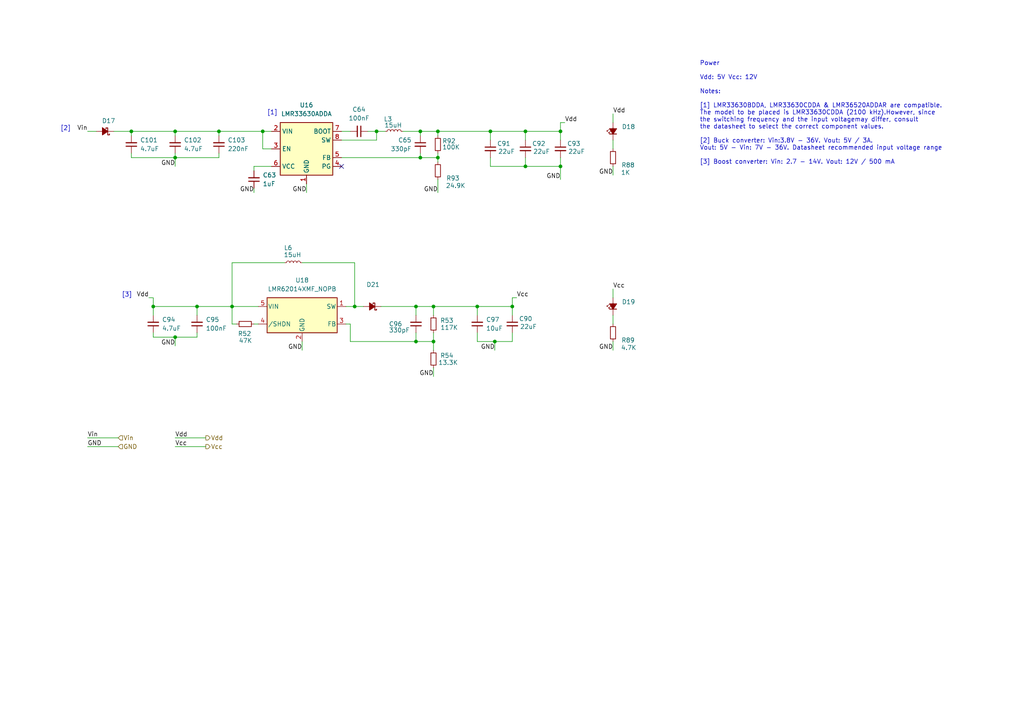
<source format=kicad_sch>
(kicad_sch (version 20231120) (generator "eeschema") (generator_version "8.0")
  (paper "A4")
  (lib_symbols
    (symbol "CL_Regulator_Switching:LMR62014XMF" (pin_names (offset 0.254))
      (property "Reference" "U" (at 0 1.27 0))
      (property "Value" "LMR62014XMF_NOPB" (at 5.08 1.27 0))
      (symbol "LMR62014XMF_0_1"
        (rectangle (start 0 0) (end 20.32 -10.16) (stroke (width 0.254)) (fill (type background)))
      )
      (symbol "LMR62014XMF_1_1"
        (pin output line (at 22.86 -2.54 180) (length 2.54) (name "SW") (number "1"))
        (pin power_in line (at 10.16 -12.7 90) (length 2.54) (name "GND") (number "2"))
        (pin input line (at 22.86 -7.62 180) (length 2.54) (name "FB") (number "3"))
        (pin input line (at -2.54 -7.62 0) (length 2.54) (name "/SHDN") (number "4"))
        (pin input line (at -2.54 -2.54 0) (length 2.54) (name "VIN") (number "5"))
      )
    )
    (symbol "Device:C_Small" (pin_numbers hide) (pin_names (offset 0.254) hide)
      (property "Reference" "C" (at 0.254 1.778 0))
      (property "Value" "C_Small" (at 0.254 -2.032 0))
      (symbol "C_Small_0_1"
        (polyline (pts (xy -1.524 -0.508) (xy 1.524 -0.508)) (stroke (width 0.3302)))
        (polyline (pts (xy -1.524 0.508) (xy 1.524 0.508)) (stroke (width 0.3048)))
      )
      (symbol "C_Small_1_1"
        (pin passive line (at 0 2.54 270) (length 2.032) (name "~") (number "1"))
        (pin passive line (at 0 -2.54 90) (length 2.032) (name "~") (number "2"))
      )
    )
    (symbol "Device:D_Schottky_Small_Filled" (pin_numbers hide) (pin_names (offset 0.254) hide)
      (property "Reference" "D" (at -1.27 2.032 0))
      (property "Value" "D_Schottky_Small_Filled" (at -7.112 -2.032 0))
      (symbol "D_Schottky_Small_Filled_0_1"
        (polyline (pts (xy -0.762 0) (xy 0.762 0)))
        (polyline (pts (xy 0.762 -1.016) (xy -0.762 0) (xy 0.762 1.016) (xy 0.762 -1.016)) (stroke (width 0.254)) (fill (type outline)))
        (polyline (pts (xy -1.27 0.762) (xy -1.27 1.016) (xy -0.762 1.016) (xy -0.762 -1.016) (xy -0.254 -1.016) (xy -0.254 -0.762)) (stroke (width 0.254)))
      )
      (symbol "D_Schottky_Small_Filled_1_1"
        (pin passive line (at -2.54 0 0) (length 1.778) (name "K") (number "1"))
        (pin passive line (at 2.54 0 180) (length 1.778) (name "A") (number "2"))
      )
    )
    (symbol "Device:LED_Small_Filled" (pin_numbers hide) (pin_names (offset 0.254) hide)
      (property "Reference" "D" (at -1.27 3.175 0))
      (property "Value" "LED_Small_Filled" (at -4.445 -2.54 0))
      (symbol "LED_Small_Filled_0_1"
        (polyline (pts (xy -0.762 -1.016) (xy -0.762 1.016)) (stroke (width 0.254)))
        (polyline (pts (xy 1.016 0) (xy -0.762 0)))
        (polyline (pts (xy 0.762 -1.016) (xy -0.762 0) (xy 0.762 1.016) (xy 0.762 -1.016)) (stroke (width 0.254)) (fill (type outline)))
        (polyline (pts (xy 0 0.762) (xy -0.508 1.27) (xy -0.254 1.27) (xy -0.508 1.27) (xy -0.508 1.016)))
        (polyline (pts (xy 0.508 1.27) (xy 0 1.778) (xy 0.254 1.778) (xy 0 1.778) (xy 0 1.524)))
      )
      (symbol "LED_Small_Filled_1_1"
        (pin passive line (at -2.54 0 0) (length 1.778) (name "K") (number "1"))
        (pin passive line (at 2.54 0 180) (length 1.778) (name "A") (number "2"))
      )
    )
    (symbol "Device:L_Small" (pin_numbers hide) (pin_names (offset 0.254) hide)
      (property "Reference" "L" (at 0.762 1.016 0))
      (property "Value" "L_Small" (at 0.762 -1.016 0))
      (symbol "L_Small_0_1"
        (arc (start 0 -2.032) (mid 0.5058 -1.524) (end 0 -1.016))
        (arc (start 0 -1.016) (mid 0.5058 -0.508) (end 0 0))
        (arc (start 0 0) (mid 0.5058 0.508) (end 0 1.016))
        (arc (start 0 1.016) (mid 0.5058 1.524) (end 0 2.032))
      )
      (symbol "L_Small_1_1"
        (pin passive line (at 0 2.54 270) (length 0.508) (name "~") (number "1"))
        (pin passive line (at 0 -2.54 90) (length 0.508) (name "~") (number "2"))
      )
    )
    (symbol "Device:R_Small" (pin_numbers hide) (pin_names (offset 0.254) hide)
      (property "Reference" "R" (at 0.762 0.508 0))
      (property "Value" "R_Small" (at 0.762 -1.016 0))
      (symbol "R_Small_0_1"
        (rectangle (start -0.762 1.778) (end 0.762 -1.778) (stroke (width 0.2032)))
      )
      (symbol "R_Small_1_1"
        (pin passive line (at 0 2.54 270) (length 0.762) (name "~") (number "1"))
        (pin passive line (at 0 -2.54 90) (length 0.762) (name "~") (number "2"))
      )
    )
    (symbol "Regulator_Switching:LMR33630ADDA"
      (property "Reference" "U" (at 0 11.43 0))
      (property "Value" "LMR33630ADDA" (at 0 8.89 0))
      (symbol "LMR33630ADDA_0_1"
        (rectangle (start -7.62 7.62) (end 7.62 -7.62) (stroke (width 0.254)) (fill (type background)))
      )
      (symbol "LMR33630ADDA_1_1"
        (pin power_in line (at 0 -10.16 90) (length 2.54) (name "GND") (number "1"))
        (pin power_in line (at -10.16 5.08 0) (length 2.54) (name "VIN") (number "2"))
        (pin input line (at -10.16 0 0) (length 2.54) (name "EN") (number "3"))
        (pin open_collector line (at 10.16 -5.08 180) (length 2.54) (name "PG") (number "4"))
        (pin input line (at 10.16 -2.54 180) (length 2.54) (name "FB") (number "5"))
        (pin power_out line (at -10.16 -5.08 0) (length 2.54) (name "VCC") (number "6"))
        (pin input line (at 10.16 5.08 180) (length 2.54) (name "BOOT") (number "7"))
        (pin output line (at 10.16 2.54 180) (length 2.54) (name "SW") (number "8"))
        (pin passive line (at 0 -10.16 90) (length 2.54) hide (name "GND") (number "9"))
      )
    )
  )
  (junction (at 162.56 38.1))
  (junction (at 127 38.1))
  (junction (at 44.45 88.9))
  (junction (at 102.87 88.9))
  (junction (at 50.8 97.79))
  (junction (at 63.5 38.1))
  (junction (at 50.8 38.1))
  (junction (at 148.59 88.9))
  (junction (at 162.56 48.26))
  (junction (at 57.15 88.9))
  (junction (at 143.51 99.06))
  (junction (at 38.1 38.1))
  (junction (at 67.31 88.9))
  (junction (at 76.2 38.1))
  (junction (at 138.43 88.9))
  (junction (at 127 45.72))
  (junction (at 121.92 45.72))
  (junction (at 125.73 88.9))
  (junction (at 120.65 99.06))
  (junction (at 152.4 48.26))
  (junction (at 152.4 38.1))
  (junction (at 109.22 38.1))
  (junction (at 142.24 38.1))
  (junction (at 120.65 88.9))
  (junction (at 125.73 99.06))
  (junction (at 121.92 38.1))
  (junction (at 50.8 45.72))
  (no_connect (at 99.06 48.26))
  (wire (pts (xy 138.43 88.9) (xy 125.73 88.9)))
  (wire (pts (xy 38.1 38.1) (xy 50.8 38.1)))
  (wire (pts (xy 101.6 99.06) (xy 120.65 99.06)))
  (wire (pts (xy 116.84 38.1) (xy 121.92 38.1)))
  (wire (pts (xy 63.5 38.1) (xy 76.2 38.1)))
  (wire (pts (xy 152.4 38.1) (xy 162.56 38.1)))
  (wire (pts (xy 99.06 45.72) (xy 121.92 45.72)))
  (wire (pts (xy 148.59 91.44) (xy 148.59 88.9)))
  (wire (pts (xy 127 45.72) (xy 127 44.45)))
  (wire (pts (xy 73.66 48.26) (xy 73.66 49.53)))
  (wire (pts (xy 87.63 76.2) (xy 102.87 76.2)))
  (wire (pts (xy 57.15 88.9) (xy 67.31 88.9)))
  (wire (pts (xy 100.33 88.9) (xy 102.87 88.9)))
  (wire (pts (xy 44.45 97.79) (xy 50.8 97.79)))
  (wire (pts (xy 50.8 45.72) (xy 63.5 45.72)))
  (wire (pts (xy 78.74 48.26) (xy 73.66 48.26)))
  (wire (pts (xy 99.06 38.1) (xy 101.6 38.1)))
  (wire (pts (xy 99.06 40.64) (xy 109.22 40.64)))
  (wire (pts (xy 138.43 88.9) (xy 148.59 88.9)))
  (wire (pts (xy 110.49 88.9) (xy 120.65 88.9)))
  (wire (pts (xy 109.22 38.1) (xy 111.76 38.1)))
  (wire (pts (xy 25.4 38.1) (xy 27.94 38.1)))
  (wire (pts (xy 125.73 88.9) (xy 125.73 91.44)))
  (wire (pts (xy 63.5 45.72) (xy 63.5 44.45)))
  (wire (pts (xy 25.4 129.54) (xy 34.29 129.54)))
  (wire (pts (xy 142.24 40.64) (xy 142.24 38.1)))
  (wire (pts (xy 109.22 38.1) (xy 106.68 38.1)))
  (wire (pts (xy 125.73 99.06) (xy 125.73 101.6)))
  (wire (pts (xy 101.6 93.98) (xy 101.6 99.06)))
  (wire (pts (xy 152.4 48.26) (xy 162.56 48.26)))
  (wire (pts (xy 120.65 96.52) (xy 120.65 99.06)))
  (wire (pts (xy 88.9 53.34) (xy 88.9 55.88)))
  (wire (pts (xy 102.87 88.9) (xy 102.87 76.2)))
  (wire (pts (xy 149.86 86.36) (xy 148.59 86.36)))
  (wire (pts (xy 142.24 48.26) (xy 152.4 48.26)))
  (wire (pts (xy 102.87 88.9) (xy 105.41 88.9)))
  (wire (pts (xy 44.45 86.36) (xy 44.45 88.9)))
  (wire (pts (xy 25.4 127) (xy 34.29 127)))
  (wire (pts (xy 152.4 45.72) (xy 152.4 48.26)))
  (wire (pts (xy 38.1 39.37) (xy 38.1 38.1)))
  (wire (pts (xy 38.1 45.72) (xy 50.8 45.72)))
  (wire (pts (xy 143.51 99.06) (xy 143.51 101.6)))
  (wire (pts (xy 109.22 40.64) (xy 109.22 38.1)))
  (wire (pts (xy 50.8 45.72) (xy 50.8 44.45)))
  (wire (pts (xy 162.56 35.56) (xy 162.56 38.1)))
  (wire (pts (xy 73.66 93.98) (xy 74.93 93.98)))
  (wire (pts (xy 50.8 127) (xy 59.69 127)))
  (wire (pts (xy 121.92 45.72) (xy 127 45.72)))
  (wire (pts (xy 163.83 35.56) (xy 162.56 35.56)))
  (wire (pts (xy 68.58 93.98) (xy 67.31 93.98)))
  (wire (pts (xy 50.8 129.54) (xy 59.69 129.54)))
  (wire (pts (xy 121.92 38.1) (xy 127 38.1)))
  (wire (pts (xy 142.24 38.1) (xy 152.4 38.1)))
  (wire (pts (xy 142.24 45.72) (xy 142.24 48.26)))
  (wire (pts (xy 177.8 40.64) (xy 177.8 43.18)))
  (wire (pts (xy 44.45 91.44) (xy 44.45 88.9)))
  (wire (pts (xy 120.65 88.9) (xy 125.73 88.9)))
  (wire (pts (xy 38.1 45.72) (xy 38.1 44.45)))
  (wire (pts (xy 33.02 38.1) (xy 38.1 38.1)))
  (wire (pts (xy 148.59 96.52) (xy 148.59 99.06)))
  (wire (pts (xy 44.45 96.52) (xy 44.45 97.79)))
  (wire (pts (xy 50.8 97.79) (xy 57.15 97.79)))
  (wire (pts (xy 177.8 48.26) (xy 177.8 50.8)))
  (wire (pts (xy 121.92 38.1) (xy 121.92 39.37)))
  (wire (pts (xy 63.5 39.37) (xy 63.5 38.1)))
  (wire (pts (xy 177.8 33.02) (xy 177.8 35.56)))
  (wire (pts (xy 57.15 88.9) (xy 57.15 91.44)))
  (wire (pts (xy 127 38.1) (xy 142.24 38.1)))
  (wire (pts (xy 120.65 88.9) (xy 120.65 91.44)))
  (wire (pts (xy 43.18 86.36) (xy 44.45 86.36)))
  (wire (pts (xy 57.15 97.79) (xy 57.15 96.52)))
  (wire (pts (xy 127 52.07) (xy 127 55.88)))
  (wire (pts (xy 138.43 91.44) (xy 138.43 88.9)))
  (wire (pts (xy 177.8 99.06) (xy 177.8 101.6)))
  (wire (pts (xy 138.43 96.52) (xy 138.43 99.06)))
  (wire (pts (xy 148.59 86.36) (xy 148.59 88.9)))
  (wire (pts (xy 162.56 40.64) (xy 162.56 38.1)))
  (wire (pts (xy 120.65 99.06) (xy 125.73 99.06)))
  (wire (pts (xy 78.74 43.18) (xy 76.2 43.18)))
  (wire (pts (xy 127 39.37) (xy 127 38.1)))
  (wire (pts (xy 50.8 38.1) (xy 63.5 38.1)))
  (wire (pts (xy 76.2 38.1) (xy 78.74 38.1)))
  (wire (pts (xy 125.73 96.52) (xy 125.73 99.06)))
  (wire (pts (xy 100.33 93.98) (xy 101.6 93.98)))
  (wire (pts (xy 127 45.72) (xy 127 46.99)))
  (wire (pts (xy 143.51 99.06) (xy 138.43 99.06)))
  (wire (pts (xy 152.4 40.64) (xy 152.4 38.1)))
  (wire (pts (xy 67.31 93.98) (xy 67.31 88.9)))
  (wire (pts (xy 177.8 91.44) (xy 177.8 93.98)))
  (wire (pts (xy 50.8 100.33) (xy 50.8 97.79)))
  (wire (pts (xy 177.8 83.82) (xy 177.8 86.36)))
  (wire (pts (xy 148.59 99.06) (xy 143.51 99.06)))
  (wire (pts (xy 76.2 43.18) (xy 76.2 38.1)))
  (wire (pts (xy 67.31 88.9) (xy 74.93 88.9)))
  (wire (pts (xy 162.56 45.72) (xy 162.56 48.26)))
  (wire (pts (xy 73.66 54.61) (xy 73.66 55.88)))
  (wire (pts (xy 121.92 44.45) (xy 121.92 45.72)))
  (wire (pts (xy 67.31 76.2) (xy 67.31 88.9)))
  (wire (pts (xy 87.63 99.06) (xy 87.63 101.6)))
  (wire (pts (xy 44.45 88.9) (xy 57.15 88.9)))
  (wire (pts (xy 162.56 48.26) (xy 162.56 52.07)))
  (wire (pts (xy 50.8 39.37) (xy 50.8 38.1)))
  (wire (pts (xy 50.8 45.72) (xy 50.8 48.26)))
  (wire (pts (xy 125.73 106.68) (xy 125.73 109.22)))
  (wire (pts (xy 67.31 76.2) (xy 82.55 76.2)))
  (text "[2]" (at 19.05 37.338 0) (effects (font (size 1.27 1.27))))
  (text "[1]" (at 78.994 32.766 0) (effects (font (size 1.27 1.27))))
  (text "[3]" (at 36.83 85.598 0) (effects (font (size 1.27 1.27))))
  (text "Power\n\nVdd: 5V Vcc: 12V\n\nNotes:\n\n[1] LMR33630BDDA, LMR33630CDDA & LMR36520ADDAR are compatible.\nThe model to be placed is LMR33630CDDA (2100 kHz).However, since \nthe switching frequency and the input voltagemay differ, consult\nthe datasheet to select the correct component values.  \n\n[2] Buck converter: Vin:3.8V - 36V. Vout: 5V / 3A. \nVout: 5V - Vin: 7V - 36V. Datasheet recommended input voltage range\n\n[3] Boost converter: Vin: 2.7 - 14V. Vout: 12V / 500 mA\n  \n" (at 202.946 33.782 0) (effects (font (size 1.27 1.27)) (justify left)))
  (label "Vdd" (at 43.18 86.36 180))
  (label "GND" (at 50.8 100.33 180))
  (label "GND" (at 50.8 48.26 180))
  (label "Vdd" (at 163.83 35.56 0))
  (label "GND" (at 143.51 101.6 180))
  (label "GND" (at 127 55.88 180))
  (label "Vin" (at 25.4 127 0))
  (label "GND" (at 177.8 101.6 180))
  (label "GND" (at 177.8 50.8 180))
  (label "GND" (at 73.66 55.88 180))
  (label "GND" (at 125.73 109.22 180))
  (label "Vin" (at 25.4 38.1 180))
  (label "Vcc" (at 50.8 129.54 0))
  (label "GND" (at 25.4 129.54 0))
  (label "GND" (at 162.56 52.07 180))
  (label "Vcc" (at 149.86 86.36 0))
  (label "GND" (at 88.9 55.88 180))
  (label "Vdd" (at 177.8 33.02 0))
  (label "Vcc" (at 177.8 83.82 0))
  (label "GND" (at 87.63 101.6 180))
  (label "Vdd" (at 50.8 127 0))
  (hierarchical_label "GND" (shape input) (at 34.29 129.54 0))
  (hierarchical_label "Vdd" (shape output) (at 59.69 127 0))
  (hierarchical_label "Vin" (shape input) (at 34.29 127 0))
  (hierarchical_label "Vcc" (shape output) (at 59.69 129.54 0))
  (symbol (lib_id "Device:C_Small") (at 162.56 43.18 0) (mirror y) (unit 1)
    (property "Reference" "C93" (at 168.402 41.656 0) (effects (justify left)))
    (property "Value" "22uF" (at 169.672 43.942 0) (effects (justify left)))
    (property "Footprint" "Capacitor_SMD:C_1210_3225Metric_Pad1.33x2.70mm_HandSolder" (effects (hide yes)))
    (property "Description" "25V" (effects (hide yes)))
  )
  (symbol (lib_id "Device:C_Small") (at 148.59 93.98 0) (mirror y) (unit 1)
    (property "Reference" "C90" (at 154.432 92.456 0) (effects (justify left)))
    (property "Value" "22uF" (at 155.702 94.742 0) (effects (justify left)))
    (property "Footprint" "Capacitor_SMD:C_1210_3225Metric_Pad1.33x2.70mm_HandSolder" (effects (hide yes)))
    (property "Description" "25V" (effects (hide yes)))
  )
  (symbol (lib_id "Device:R_Small") (at 177.8 45.72 180) (unit 1)
    (property "Reference" "R88" (at 180.213 47.879 0) (effects (justify right)))
    (property "Value" "1K" (at 180.086 50.038 0) (effects (justify right)))
    (property "Footprint" "Resistor_SMD:R_0805_2012Metric_Pad1.20x1.40mm_HandSolder" (effects (hide yes)))
    (property "Description" "Resistor, small symbol" (effects (hide yes)))
  )
  (symbol (lib_id "Device:R_Small") (at 127 41.91 180) (unit 1)
    (property "Reference" "R92" (at 128.27 40.894 0) (effects (justify right)))
    (property "Value" "100K" (at 128.27 42.672 0) (effects (justify right)))
    (property "Footprint" "Resistor_SMD:R_0805_2012Metric_Pad1.20x1.40mm_HandSolder" (effects (hide yes)))
    (property "Description" "Resistor, small symbol" (effects (hide yes)))
  )
  (symbol (lib_id "Device:L_Small") (at 85.09 76.2 90) (unit 1)
    (property "Reference" "L6" (at 83.566 71.882 90))
    (property "Value" "15uH" (at 84.836 73.914 90))
    (property "Footprint" "CL_Inductor_SMD:SRR1260-150M" (effects (hide yes)))
    (property "Description" "Inductor, small symbol" (effects (hide yes)))
  )
  (symbol (lib_id "Device:C_Small") (at 73.66 52.07 180) (unit 1)
    (property "Reference" "C63" (at 76.2 50.7935 0) (effects (justify right)))
    (property "Value" "1uF" (at 76.2 53.3335 0) (effects (justify right)))
    (property "Footprint" "Capacitor_SMD:C_0805_2012Metric_Pad1.18x1.45mm_HandSolder" (effects (hide yes)))
    (property "Description" "25V" (effects (hide yes)))
  )
  (symbol (lib_id "Device:L_Small") (at 114.3 38.1 90) (unit 1)
    (property "Reference" "L3" (at 112.522 34.544 90))
    (property "Value" "15uH" (at 114.046 36.322 90))
    (property "Footprint" "CL_Inductor_SMD:SRR1260-150M" (effects (hide yes)))
    (property "Description" "Inductor, small symbol" (effects (hide yes)))
  )
  (symbol (lib_id "Device:LED_Small_Filled") (at 177.8 38.1 90) (unit 1)
    (property "Reference" "D18" (at 180.34 36.7664 90) (effects (justify right)))
    (property "Value" "LED_Small_Filled" (effects (hide yes)))
    (property "Footprint" "LED_SMD:LED_0805_2012Metric_Pad1.15x1.40mm_HandSolder" (effects (hide yes)))
    (property "Description" "Light emitting diode, small symbol, filled shape" (effects (hide yes)))
  )
  (symbol (lib_id "Device:R_Small") (at 127 49.53 180) (unit 1)
    (property "Reference" "R93" (at 129.413 51.689 0) (effects (justify right)))
    (property "Value" "24.9K" (at 129.286 53.848 0) (effects (justify right)))
    (property "Footprint" "Resistor_SMD:R_0805_2012Metric_Pad1.20x1.40mm_HandSolder" (effects (hide yes)))
    (property "Description" "Resistor, small symbol" (effects (hide yes)))
  )
  (symbol (lib_id "Device:C_Small") (at 50.8 41.91 180) (unit 1)
    (property "Reference" "C102" (at 53.34 40.6335 0) (effects (justify right)))
    (property "Value" "4.7uF" (at 53.34 43.1735 0) (effects (justify right)))
    (property "Footprint" "Capacitor_SMD:C_0805_2012Metric_Pad1.18x1.45mm_HandSolder" (effects (hide yes)))
    (property "Description" "Unpolarized capacitor, small symbol" (effects (hide yes)))
  )
  (symbol (lib_id "Device:D_Schottky_Small_Filled") (at 30.48 38.1 180) (unit 1)
    (property "Reference" "D17" (at 31.496 35.052 0))
    (property "Value" "D_Schottky_Small_Filled" (effects (hide yes)))
    (property "Footprint" "Diode_SMD:D_SMB_Handsoldering" (effects (hide yes)))
    (property "Description" "Schottky diode, small symbol, filled shape" (effects (hide yes)))
  )
  (symbol (lib_id "Device:C_Small") (at 152.4 43.18 0) (mirror y) (unit 1)
    (property "Reference" "C92" (at 158.242 41.656 0) (effects (justify left)))
    (property "Value" "22uF" (at 159.512 43.942 0) (effects (justify left)))
    (property "Footprint" "Capacitor_SMD:C_1210_3225Metric_Pad1.33x2.70mm_HandSolder" (effects (hide yes)))
    (property "Description" "25V" (effects (hide yes)))
  )
  (symbol (lib_id "Device:C_Small") (at 142.24 43.18 0) (mirror y) (unit 1)
    (property "Reference" "C91" (at 148.082 41.656 0) (effects (justify left)))
    (property "Value" "22uF" (at 149.352 43.942 0) (effects (justify left)))
    (property "Footprint" "Capacitor_SMD:C_1210_3225Metric_Pad1.33x2.70mm_HandSolder" (effects (hide yes)))
    (property "Description" "25V" (effects (hide yes)))
  )
  (symbol (lib_id "Device:R_Small") (at 177.8 96.52 180) (unit 1)
    (property "Reference" "R89" (at 180.213 98.679 0) (effects (justify right)))
    (property "Value" "4.7K" (at 180.086 100.838 0) (effects (justify right)))
    (property "Footprint" "Resistor_SMD:R_0805_2012Metric_Pad1.20x1.40mm_HandSolder" (effects (hide yes)))
    (property "Description" "Resistor, small symbol" (effects (hide yes)))
  )
  (symbol (lib_id "Device:R_Small") (at 125.73 93.98 0) (unit 1)
    (property "Reference" "R53" (at 131.572 92.964 0) (effects (justify right)))
    (property "Value" "117K" (at 132.842 94.996 0) (effects (justify right)))
    (property "Footprint" "Resistor_SMD:R_0805_2012Metric_Pad1.20x1.40mm_HandSolder" (effects (hide yes)))
    (property "Description" "Resistor, small symbol" (effects (hide yes)))
  )
  (symbol (lib_id "Device:R_Small") (at 71.12 93.98 270) (unit 1)
    (property "Reference" "R52" (at 72.898 96.774 90) (effects (justify right)))
    (property "Value" "47K" (at 73.152 98.806 90) (effects (justify right)))
    (property "Footprint" "Resistor_SMD:R_0805_2012Metric_Pad1.20x1.40mm_HandSolder" (effects (hide yes)))
    (property "Description" "Resistor, small symbol" (effects (hide yes)))
  )
  (symbol (lib_id "Regulator_Switching:LMR33630ADDA") (at 88.9 43.18 0) (unit 1)
    (property "Reference" "U16" (at 88.9 30.48 0))
    (property "Value" "LMR33630ADDA" (at 88.9 33.02 0))
    (property "Footprint" "Package_SO:Texas_HSOP-8-1EP_3.9x4.9mm_P1.27mm_ThermalVias" (effects (hide yes)))
    (property "Datasheet" "http://www.ti.com/lit/ds/symlink/lmr33630.pdf" (effects (hide yes)))
    (property "Description" "Simple Switcher Synchronous Buck Regulator, Vin=3.8-36V, Iout=3A, F=400kHz, Adjustable output voltage, HSOP-8" (effects (hide yes)))
  )
  (symbol (lib_id "Device:C_Small") (at 44.45 93.98 180) (unit 1)
    (property "Reference" "C94" (at 46.99 92.7035 0) (effects (justify right)))
    (property "Value" "4.7uF" (at 46.99 95.2435 0) (effects (justify right)))
    (property "Footprint" "Capacitor_SMD:C_0805_2012Metric_Pad1.18x1.45mm_HandSolder" (effects (hide yes)))
    (property "Description" "Unpolarized capacitor, small symbol" (effects (hide yes)))
  )
  (symbol (lib_id "Device:C_Small") (at 63.5 41.91 180) (unit 1)
    (property "Reference" "C103" (at 66.04 40.6335 0) (effects (justify right)))
    (property "Value" "220nF" (at 66.04 43.1735 0) (effects (justify right)))
    (property "Footprint" "Capacitor_SMD:C_0805_2012Metric_Pad1.18x1.45mm_HandSolder" (effects (hide yes)))
    (property "Description" "Unpolarized capacitor, small symbol" (effects (hide yes)))
  )
  (symbol (lib_id "Device:LED_Small_Filled") (at 177.8 88.9 90) (unit 1)
    (property "Reference" "D19" (at 180.34 87.5664 90) (effects (justify right)))
    (property "Value" "LED_Small_Filled" (effects (hide yes)))
    (property "Footprint" "LED_SMD:LED_0805_2012Metric_Pad1.15x1.40mm_HandSolder" (effects (hide yes)))
    (property "Description" "Light emitting diode, small symbol, filled shape" (effects (hide yes)))
  )
  (symbol (lib_id "Device:C_Small") (at 121.92 41.91 0) (mirror y) (unit 1)
    (property "Reference" "C65" (at 119.38 40.6462 0) (effects (justify left)))
    (property "Value" "330pF" (at 119.38 43.1862 0) (effects (justify left)))
    (property "Footprint" "Capacitor_SMD:C_0805_2012Metric_Pad1.18x1.45mm_HandSolder" (effects (hide yes)))
    (property "Description" "Unpolarized capacitor, small symbol" (effects (hide yes)))
  )
  (symbol (lib_id "Device:C_Small") (at 138.43 93.98 180) (unit 1)
    (property "Reference" "C97" (at 140.97 92.7035 0) (effects (justify right)))
    (property "Value" "10uF" (at 140.97 95.2435 0) (effects (justify right)))
    (property "Footprint" "Capacitor_SMD:C_0805_2012Metric_Pad1.18x1.45mm_HandSolder" (effects (hide yes)))
    (property "Description" "25V" (effects (hide yes)))
  )
  (symbol (lib_id "Device:D_Schottky_Small_Filled") (at 107.95 88.9 180) (unit 1)
    (property "Reference" "D21" (at 108.204 82.55 0))
    (property "Value" "D_Schottky_Small_Filled" (effects (hide yes)))
    (property "Footprint" "Diode_SMD:D_SMB_Handsoldering" (effects (hide yes)))
    (property "Description" "Schottky diode, small symbol, filled shape" (effects (hide yes)))
  )
  (symbol (lib_id "Device:C_Small") (at 38.1 41.91 180) (unit 1)
    (property "Reference" "C101" (at 40.64 40.6335 0) (effects (justify right)))
    (property "Value" "4.7uF" (at 40.64 43.1735 0) (effects (justify right)))
    (property "Footprint" "Capacitor_SMD:C_0805_2012Metric_Pad1.18x1.45mm_HandSolder" (effects (hide yes)))
    (property "Description" "Unpolarized capacitor, small symbol" (effects (hide yes)))
  )
  (symbol (lib_id "Device:C_Small") (at 104.14 38.1 270) (unit 1)
    (property "Reference" "C64" (at 104.1336 31.75 90))
    (property "Value" "100nF" (at 104.1336 34.29 90))
    (property "Footprint" "Capacitor_SMD:C_0805_2012Metric_Pad1.18x1.45mm_HandSolder" (effects (hide yes)))
    (property "Description" "25V" (effects (hide yes)))
  )
  (symbol (lib_id "CL_Regulator_Switching:LMR62014XMF") (at 77.47 86.36 0) (unit 1)
    (property "Reference" "U18" (at 87.63 81.28 0))
    (property "Value" "LMR62014XMF_NOPB" (at 87.63 83.82 0))
    (property "Footprint" "Package_TO_SOT_SMD:SOT-23-5_HandSoldering" (effects (hide yes)))
    (property "Datasheet" "http://www.ti.com/lit/ds/symlink/lmr62014.pdf" (effects (hide yes)))
    (property "Description" "1.4A, 20Vout Step-Up Voltage Regulator, 1.6MHz Frequency, SOT-23-5" (effects (hide yes)))
  )
  (symbol (lib_id "Device:C_Small") (at 120.65 93.98 180) (unit 1)
    (property "Reference" "C96" (at 112.776 93.98 0) (effects (justify right)))
    (property "Value" "330pF" (at 112.776 95.758 0) (effects (justify right)))
    (property "Footprint" "Capacitor_SMD:C_0805_2012Metric_Pad1.18x1.45mm_HandSolder" (effects (hide yes)))
    (property "Description" "25" (effects (hide yes)))
  )
  (symbol (lib_id "Device:R_Small") (at 125.73 104.14 0) (unit 1)
    (property "Reference" "R54" (at 131.572 103.124 0) (effects (justify right)))
    (property "Value" "13.3K" (at 132.842 105.156 0) (effects (justify right)))
    (property "Footprint" "Resistor_SMD:R_0805_2012Metric_Pad1.20x1.40mm_HandSolder" (effects (hide yes)))
    (property "Description" "Resistor, small symbol" (effects (hide yes)))
  )
  (symbol (lib_id "Device:C_Small") (at 57.15 93.98 180) (unit 1)
    (property "Reference" "C95" (at 59.69 92.7035 0) (effects (justify right)))
    (property "Value" "100nF" (at 59.69 95.2435 0) (effects (justify right)))
    (property "Footprint" "Capacitor_SMD:C_0805_2012Metric_Pad1.18x1.45mm_HandSolder" (effects (hide yes)))
    (property "Description" "Unpolarized capacitor, small symbol" (effects (hide yes)))
  )
)
</source>
